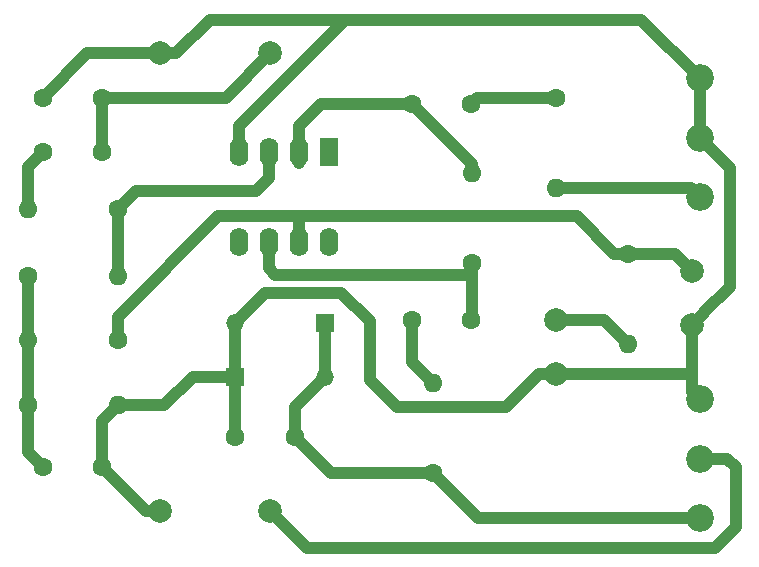
<source format=gbr>
G04 #@! TF.GenerationSoftware,KiCad,Pcbnew,5.1.0-060a0da~80~ubuntu18.04.1*
G04 #@! TF.CreationDate,2019-03-27T19:23:36+01:00*
G04 #@! TF.ProjectId,distpedal,64697374-7065-4646-916c-2e6b69636164,rev?*
G04 #@! TF.SameCoordinates,PX6d01460PY6ad32b0*
G04 #@! TF.FileFunction,Copper,L2,Bot*
G04 #@! TF.FilePolarity,Positive*
%FSLAX46Y46*%
G04 Gerber Fmt 4.6, Leading zero omitted, Abs format (unit mm)*
G04 Created by KiCad (PCBNEW 5.1.0-060a0da~80~ubuntu18.04.1) date 2019-03-27 19:23:36*
%MOMM*%
%LPD*%
G04 APERTURE LIST*
%ADD10C,1.600000*%
%ADD11C,2.340000*%
%ADD12R,1.500000X1.500000*%
%ADD13O,1.500000X1.500000*%
%ADD14O,1.600000X1.600000*%
%ADD15R,1.600000X2.400000*%
%ADD16O,1.600000X2.400000*%
%ADD17C,2.000000*%
%ADD18C,1.000000*%
G04 APERTURE END LIST*
D10*
X41576000Y39624000D03*
X36576000Y39624000D03*
D11*
X60960000Y4572000D03*
X60960000Y9572000D03*
X60960000Y14572000D03*
D12*
X29210000Y21082000D03*
D13*
X21590000Y21082000D03*
X29210000Y16510000D03*
D12*
X21590000Y16510000D03*
D10*
X11684000Y30734000D03*
D14*
X4064000Y30734000D03*
X11697629Y25065002D03*
D10*
X4077629Y25065002D03*
X48768000Y40132000D03*
D14*
X48768000Y32512000D03*
X41656000Y33782000D03*
D10*
X41656000Y26162000D03*
X38354000Y8382000D03*
D14*
X38354000Y16002000D03*
D10*
X11684000Y19573336D03*
D14*
X4064000Y19573336D03*
X11684000Y14081670D03*
D10*
X4064000Y14081670D03*
D11*
X60960000Y41750000D03*
X60960000Y36750000D03*
X60960000Y31750000D03*
D15*
X29553829Y35504536D03*
D16*
X21933829Y27884536D03*
X27013829Y35504536D03*
X24473829Y27884536D03*
X24473829Y35504536D03*
X27013829Y27884536D03*
X21933829Y35504536D03*
X29553829Y27884536D03*
D10*
X54864000Y26924000D03*
D14*
X54864000Y19304000D03*
D10*
X5334000Y40132000D03*
X10334000Y40132000D03*
X10334000Y35560000D03*
X5334000Y35560000D03*
X36576000Y21336000D03*
X41576000Y21336000D03*
X26670000Y11430000D03*
X21670000Y11430000D03*
X5334000Y8890000D03*
X10334000Y8890000D03*
D17*
X15253629Y43865800D03*
X24600829Y43865800D03*
X60338629Y25440667D03*
X60338629Y20881334D03*
X48768000Y21336000D03*
X48768000Y16764000D03*
X24600829Y5126136D03*
X15253629Y5126136D03*
D18*
X20867029Y40132000D02*
X24600829Y43865800D01*
X10334000Y40132000D02*
X20867029Y40132000D01*
X10334000Y35560000D02*
X10334000Y40132000D01*
X21933829Y35504536D02*
X21933829Y35904536D01*
X9067800Y43865800D02*
X15253629Y43865800D01*
X5334000Y40132000D02*
X9067800Y43865800D01*
X10334000Y12731670D02*
X11684000Y14081670D01*
X10334000Y8890000D02*
X10334000Y12731670D01*
X14097864Y5126136D02*
X10334000Y8890000D01*
X15253629Y5126136D02*
X14097864Y5126136D01*
X60960000Y41750000D02*
X60960000Y36750000D01*
X61338628Y21881333D02*
X61338628Y21968628D01*
X60338629Y20881334D02*
X61338628Y21881333D01*
X61338628Y21968628D02*
X63500000Y24130000D01*
X63500000Y34210000D02*
X60960000Y36750000D01*
X63500000Y24130000D02*
X63500000Y34210000D01*
X16667842Y43865800D02*
X19538042Y46736000D01*
X15253629Y43865800D02*
X16667842Y43865800D01*
X55974000Y46736000D02*
X60960000Y41750000D01*
X30734000Y46504707D02*
X30734000Y46736000D01*
X21933829Y37704536D02*
X30734000Y46504707D01*
X21933829Y35504536D02*
X21933829Y37704536D01*
X19538042Y46736000D02*
X30734000Y46736000D01*
X30734000Y46736000D02*
X55974000Y46736000D01*
X60338629Y15193371D02*
X60960000Y14572000D01*
X58768000Y16764000D02*
X60338629Y16764000D01*
X48768000Y16764000D02*
X58768000Y16764000D01*
X60338629Y20881334D02*
X60338629Y16764000D01*
X60338629Y16764000D02*
X60338629Y15193371D01*
X21670000Y21002000D02*
X21590000Y21082000D01*
X21670000Y11430000D02*
X21670000Y21002000D01*
X11684000Y14081670D02*
X15605670Y14081670D01*
X18034000Y16510000D02*
X21590000Y16510000D01*
X15605670Y14081670D02*
X18034000Y16510000D01*
X44559787Y13970000D02*
X47353787Y16764000D01*
X21590000Y21082000D02*
X24130000Y23622000D01*
X30626002Y23622000D02*
X33020000Y21228002D01*
X35306000Y13970000D02*
X44559787Y13970000D01*
X33020000Y21228002D02*
X33020000Y16256000D01*
X47353787Y16764000D02*
X48768000Y16764000D01*
X24130000Y23622000D02*
X30626002Y23622000D01*
X33020000Y16256000D02*
X35306000Y13970000D01*
X4064000Y34290000D02*
X5334000Y35560000D01*
X4064000Y30734000D02*
X4064000Y34290000D01*
X27013829Y35504536D02*
X27013829Y34604534D01*
X28933293Y39624000D02*
X36576000Y39624000D01*
X27013829Y35504536D02*
X27013829Y37704536D01*
X27013829Y37704536D02*
X28933293Y39624000D01*
X41656000Y34544000D02*
X36576000Y39624000D01*
X41656000Y33782000D02*
X41656000Y34544000D01*
X42084000Y40132000D02*
X41576000Y39624000D01*
X48768000Y40132000D02*
X42084000Y40132000D01*
X41656000Y25146000D02*
X41656000Y26162000D01*
X25012365Y25146000D02*
X41656000Y25146000D01*
X24473829Y27884536D02*
X24473829Y25684536D01*
X24473829Y25684536D02*
X25012365Y25146000D01*
X41656000Y21416000D02*
X41576000Y21336000D01*
X41656000Y26162000D02*
X41656000Y21416000D01*
X36576000Y17780000D02*
X38354000Y16002000D01*
X36576000Y21336000D02*
X36576000Y17780000D01*
X32004000Y8382000D02*
X38354000Y8382000D01*
X42164000Y4572000D02*
X60960000Y4572000D01*
X38354000Y8382000D02*
X42164000Y4572000D01*
X29210000Y16510000D02*
X29210000Y21082000D01*
X26670000Y13970000D02*
X29210000Y16510000D01*
X26670000Y11430000D02*
X26670000Y13970000D01*
X29718000Y8382000D02*
X38354000Y8382000D01*
X26670000Y11430000D02*
X29718000Y8382000D01*
X4064000Y14081670D02*
X4064000Y19573336D01*
X4064000Y25051373D02*
X4077629Y25065002D01*
X4064000Y19573336D02*
X4064000Y25051373D01*
X4064000Y10160000D02*
X5334000Y8890000D01*
X4064000Y14081670D02*
X4064000Y10160000D01*
X11697629Y30720371D02*
X11684000Y30734000D01*
X11697629Y25065002D02*
X11697629Y30720371D01*
X24473829Y33304536D02*
X23427293Y32258000D01*
X24473829Y35504536D02*
X24473829Y33304536D01*
X13208000Y32258000D02*
X11684000Y30734000D01*
X23427293Y32258000D02*
X13208000Y32258000D01*
X60198000Y32512000D02*
X60960000Y31750000D01*
X48768000Y32512000D02*
X60198000Y32512000D01*
X58855296Y26924000D02*
X60338629Y25440667D01*
X54864000Y26924000D02*
X58855296Y26924000D01*
X27013829Y28284536D02*
X27013829Y27884536D01*
X50572094Y30084536D02*
X28813829Y30084536D01*
X53732630Y26924000D02*
X50572094Y30084536D01*
X54864000Y26924000D02*
X53732630Y26924000D01*
X27013829Y27884536D02*
X27013829Y30084536D01*
X28813829Y30084536D02*
X27013829Y30084536D01*
X11684000Y19573336D02*
X11684000Y21590000D01*
X20178536Y30084536D02*
X27013829Y30084536D01*
X11684000Y21590000D02*
X20178536Y30084536D01*
X52832000Y21336000D02*
X54864000Y19304000D01*
X48768000Y21336000D02*
X52832000Y21336000D01*
X60960000Y9572000D02*
X63326000Y9572000D01*
X63326000Y9572000D02*
X64008000Y8890000D01*
X64008000Y8890000D02*
X64008000Y3810000D01*
X64008000Y3810000D02*
X62230000Y2032000D01*
X27694965Y2032000D02*
X24600829Y5126136D01*
X62230000Y2032000D02*
X27694965Y2032000D01*
M02*

</source>
